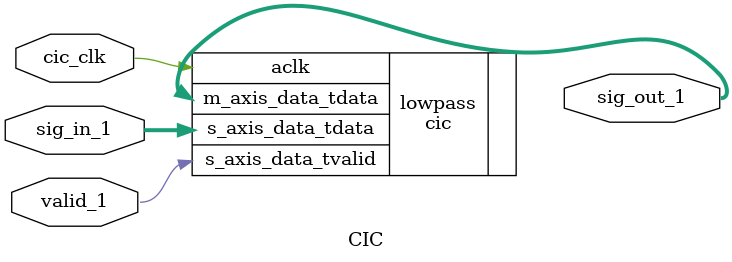
<source format=v>
`timescale 1ns / 1ps


module CIC(

input wire cic_clk,
input wire [13:0] sig_in_1,
input wire valid_1,
output wire [13:0] sig_out_1
);

cic lowpass(
    .aclk(                           cic_clk),
    .s_axis_data_tdata(               sig_in_1),
    .s_axis_data_tvalid(               valid_1),
    .m_axis_data_tdata(              sig_out_1)
);

endmodule

</source>
